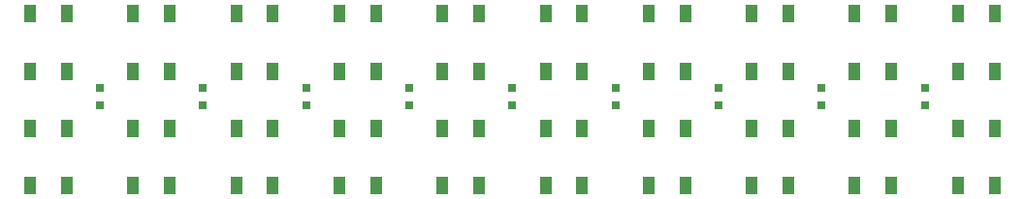
<source format=gbr>
G04 #@! TF.GenerationSoftware,KiCad,Pcbnew,(5.0.0)*
G04 #@! TF.CreationDate,2020-03-31T10:14:19-04:00*
G04 #@! TF.ProjectId,WS2812 STRIP 10CM,57533238313220535452495020313043,rev?*
G04 #@! TF.SameCoordinates,Original*
G04 #@! TF.FileFunction,Paste,Top*
G04 #@! TF.FilePolarity,Positive*
%FSLAX46Y46*%
G04 Gerber Fmt 4.6, Leading zero omitted, Abs format (unit mm)*
G04 Created by KiCad (PCBNEW (5.0.0)) date 03/31/20 10:14:19*
%MOMM*%
%LPD*%
G01*
G04 APERTURE LIST*
%ADD10R,1.000000X1.600000*%
%ADD11R,0.750000X0.800000*%
G04 APERTURE END LIST*
D10*
G04 #@! TO.C,U8*
X122600000Y-62500000D03*
X119400000Y-62500000D03*
X122600000Y-67500000D03*
X119400000Y-67500000D03*
G04 #@! TD*
G04 #@! TO.C,U16*
X158600000Y-62500000D03*
X155400000Y-62500000D03*
X158600000Y-67500000D03*
X155400000Y-67500000D03*
G04 #@! TD*
G04 #@! TO.C,U20*
X173400000Y-67500000D03*
X176600000Y-67500000D03*
X173400000Y-62500000D03*
X176600000Y-62500000D03*
G04 #@! TD*
G04 #@! TO.C,U18*
X167600000Y-62500000D03*
X164400000Y-62500000D03*
X167600000Y-67500000D03*
X164400000Y-67500000D03*
G04 #@! TD*
G04 #@! TO.C,U10*
X131600000Y-62500000D03*
X128400000Y-62500000D03*
X131600000Y-67500000D03*
X128400000Y-67500000D03*
G04 #@! TD*
G04 #@! TO.C,U4*
X101400000Y-67500000D03*
X104600000Y-67500000D03*
X101400000Y-62500000D03*
X104600000Y-62500000D03*
G04 #@! TD*
G04 #@! TO.C,U2*
X95600000Y-62500000D03*
X92400000Y-62500000D03*
X95600000Y-67500000D03*
X92400000Y-67500000D03*
G04 #@! TD*
G04 #@! TO.C,U6*
X110400000Y-67500000D03*
X113600000Y-67500000D03*
X110400000Y-62500000D03*
X113600000Y-62500000D03*
G04 #@! TD*
G04 #@! TO.C,U14*
X146400000Y-67500000D03*
X149600000Y-67500000D03*
X146400000Y-62500000D03*
X149600000Y-62500000D03*
G04 #@! TD*
G04 #@! TO.C,U12*
X137400000Y-67500000D03*
X140600000Y-67500000D03*
X137400000Y-62500000D03*
X140600000Y-62500000D03*
G04 #@! TD*
D11*
G04 #@! TO.C,C1*
X98500000Y-60500000D03*
X98500000Y-59000000D03*
G04 #@! TD*
G04 #@! TO.C,C2*
X107500000Y-60500000D03*
X107500000Y-59000000D03*
G04 #@! TD*
G04 #@! TO.C,C3*
X116500000Y-59000000D03*
X116500000Y-60500000D03*
G04 #@! TD*
G04 #@! TO.C,C4*
X125500000Y-59000000D03*
X125500000Y-60500000D03*
G04 #@! TD*
G04 #@! TO.C,C5*
X134500000Y-60500000D03*
X134500000Y-59000000D03*
G04 #@! TD*
G04 #@! TO.C,C6*
X143500000Y-60500000D03*
X143500000Y-59000000D03*
G04 #@! TD*
G04 #@! TO.C,C7*
X152500000Y-59000000D03*
X152500000Y-60500000D03*
G04 #@! TD*
G04 #@! TO.C,C8*
X161500000Y-59000000D03*
X161500000Y-60500000D03*
G04 #@! TD*
D10*
G04 #@! TO.C,U1*
X92400000Y-57500000D03*
X95600000Y-57500000D03*
X92400000Y-52500000D03*
X95600000Y-52500000D03*
G04 #@! TD*
G04 #@! TO.C,U3*
X104600000Y-52500000D03*
X101400000Y-52500000D03*
X104600000Y-57500000D03*
X101400000Y-57500000D03*
G04 #@! TD*
G04 #@! TO.C,U5*
X113600000Y-52500000D03*
X110400000Y-52500000D03*
X113600000Y-57500000D03*
X110400000Y-57500000D03*
G04 #@! TD*
G04 #@! TO.C,U7*
X119400000Y-57500000D03*
X122600000Y-57500000D03*
X119400000Y-52500000D03*
X122600000Y-52500000D03*
G04 #@! TD*
G04 #@! TO.C,U9*
X128400000Y-57500000D03*
X131600000Y-57500000D03*
X128400000Y-52500000D03*
X131600000Y-52500000D03*
G04 #@! TD*
G04 #@! TO.C,U11*
X140600000Y-52500000D03*
X137400000Y-52500000D03*
X140600000Y-57500000D03*
X137400000Y-57500000D03*
G04 #@! TD*
G04 #@! TO.C,U13*
X149600000Y-52500000D03*
X146400000Y-52500000D03*
X149600000Y-57500000D03*
X146400000Y-57500000D03*
G04 #@! TD*
G04 #@! TO.C,U15*
X155400000Y-57500000D03*
X158600000Y-57500000D03*
X155400000Y-52500000D03*
X158600000Y-52500000D03*
G04 #@! TD*
G04 #@! TO.C,U17*
X164400000Y-57500000D03*
X167600000Y-57500000D03*
X164400000Y-52500000D03*
X167600000Y-52500000D03*
G04 #@! TD*
G04 #@! TO.C,U19*
X176600000Y-52500000D03*
X173400000Y-52500000D03*
X176600000Y-57500000D03*
X173400000Y-57500000D03*
G04 #@! TD*
D11*
G04 #@! TO.C,C9*
X170500000Y-60500000D03*
X170500000Y-59000000D03*
G04 #@! TD*
M02*

</source>
